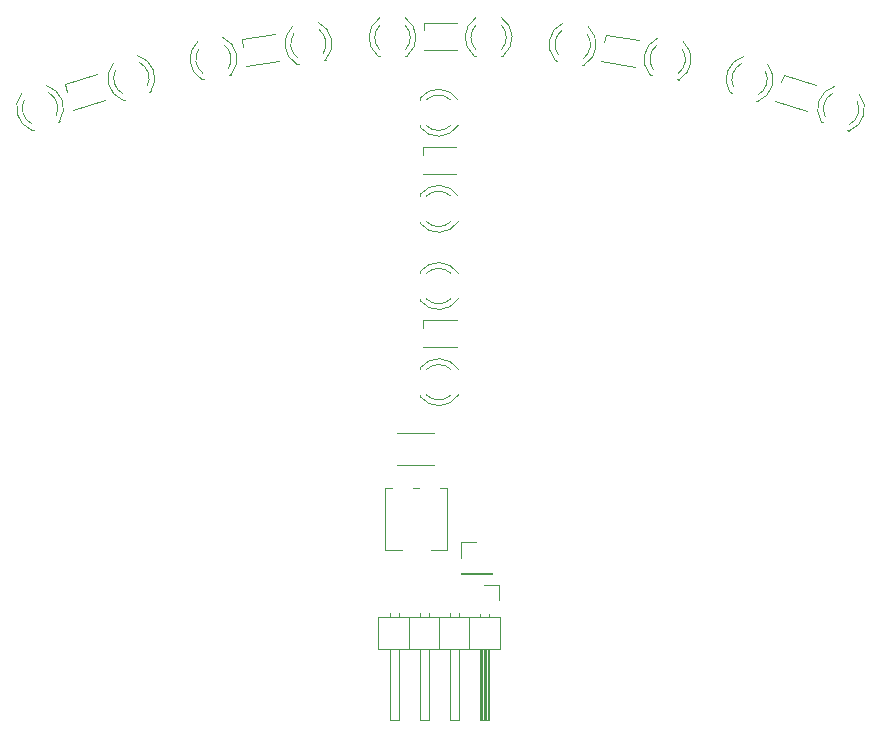
<source format=gbr>
%TF.GenerationSoftware,KiCad,Pcbnew,7.0.9*%
%TF.CreationDate,2024-12-17T15:03:35+09:00*%
%TF.ProjectId,line_side_robot2,6c696e65-5f73-4696-9465-5f726f626f74,rev?*%
%TF.SameCoordinates,Original*%
%TF.FileFunction,Legend,Top*%
%TF.FilePolarity,Positive*%
%FSLAX46Y46*%
G04 Gerber Fmt 4.6, Leading zero omitted, Abs format (unit mm)*
G04 Created by KiCad (PCBNEW 7.0.9) date 2024-12-17 15:03:35*
%MOMM*%
%LPD*%
G01*
G04 APERTURE LIST*
%ADD10C,0.120000*%
G04 APERTURE END LIST*
D10*
%TO.C,J2*%
X182950000Y-76090000D02*
X184280000Y-76090000D01*
X182950000Y-77420000D02*
X182950000Y-76090000D01*
X182950000Y-78690000D02*
X182950000Y-78750000D01*
X182950000Y-78690000D02*
X185610000Y-78690000D01*
X182950000Y-78750000D02*
X185610000Y-78750000D01*
X185610000Y-78690000D02*
X185610000Y-78750000D01*
%TO.C,Q12*%
X179520000Y-46639000D02*
X179520000Y-46795000D01*
X179520000Y-48955000D02*
X179520000Y-49111000D01*
X182752334Y-46796392D02*
G75*
G03*
X179520001Y-46639485I-1672334J-1078608D01*
G01*
X182121129Y-46795164D02*
G75*
G03*
X180039040Y-46795001I-1041129J-1079836D01*
G01*
X180039040Y-48954999D02*
G75*
G03*
X182121129Y-48954836I1040960J1079999D01*
G01*
X179520001Y-49110515D02*
G75*
G03*
X182752334Y-48953608I1559999J1235515D01*
G01*
%TO.C,Q1*%
X154378611Y-38682554D02*
X154526976Y-38634348D01*
X156581258Y-37966871D02*
X156729623Y-37918664D01*
X153529453Y-35559784D02*
G75*
G03*
X154379071Y-38682405I1542597J-1257177D01*
G01*
X153723338Y-36160476D02*
G75*
G03*
X154366584Y-38140711I1348712J-656485D01*
G01*
X156420865Y-37473235D02*
G75*
G03*
X155777310Y-35493101I-1348815J656274D01*
G01*
X156729161Y-37918813D02*
G75*
G03*
X155581088Y-34893169I-1657111J1101852D01*
G01*
%TO.C,Q11*%
X179520000Y-53174000D02*
X179520000Y-53330000D01*
X179520000Y-55490000D02*
X179520000Y-55646000D01*
X182752334Y-53331392D02*
G75*
G03*
X179520001Y-53174485I-1672334J-1078608D01*
G01*
X182121129Y-53330164D02*
G75*
G03*
X180039040Y-53330001I-1041129J-1079836D01*
G01*
X180039040Y-55489999D02*
G75*
G03*
X182121129Y-55489836I1040960J1079999D01*
G01*
X179520001Y-55645515D02*
G75*
G03*
X182752334Y-55488608I1559999J1235515D01*
G01*
%TO.C,D2*%
X195229509Y-33116555D02*
X195127827Y-33758553D01*
X195229509Y-33116555D02*
X198034544Y-33560829D01*
X194869710Y-35388239D02*
X197674745Y-35832513D01*
%TO.C,Q10*%
X179535000Y-61314000D02*
X179535000Y-61470000D01*
X179535000Y-63630000D02*
X179535000Y-63786000D01*
X182767334Y-61471392D02*
G75*
G03*
X179535001Y-61314485I-1672334J-1078608D01*
G01*
X182136129Y-61470164D02*
G75*
G03*
X180054040Y-61470001I-1041129J-1079836D01*
G01*
X180054040Y-63629999D02*
G75*
G03*
X182136129Y-63629836I1040960J1079999D01*
G01*
X179535001Y-63785515D02*
G75*
G03*
X182767334Y-63628608I1559999J1235515D01*
G01*
%TO.C,Q4*%
X179505000Y-38499000D02*
X179505000Y-38655000D01*
X179505000Y-40815000D02*
X179505000Y-40971000D01*
X182737334Y-38656392D02*
G75*
G03*
X179505001Y-38499485I-1672334J-1078608D01*
G01*
X182106129Y-38655164D02*
G75*
G03*
X180024040Y-38655001I-1041129J-1079836D01*
G01*
X180024040Y-40814999D02*
G75*
G03*
X182106129Y-40814836I1040960J1079999D01*
G01*
X179505001Y-40970515D02*
G75*
G03*
X182737334Y-40813608I1559999J1235515D01*
G01*
%TO.C,Q14*%
X184084000Y-34915000D02*
X184240000Y-34915000D01*
X186400000Y-34915000D02*
X186556000Y-34915000D01*
X184241392Y-31682666D02*
G75*
G03*
X184084485Y-34914999I1078608J-1672334D01*
G01*
X184240164Y-32313871D02*
G75*
G03*
X184240001Y-34395960I1079836J-1041129D01*
G01*
X186399999Y-34395960D02*
G75*
G03*
X186399836Y-32313871I-1079999J1040960D01*
G01*
X186555515Y-34914999D02*
G75*
G03*
X186398608Y-31682666I-1235515J1559999D01*
G01*
%TO.C,D1*%
X210301719Y-36522861D02*
X210100858Y-37141048D01*
X210301719Y-36522861D02*
X213002720Y-37400469D01*
X209590980Y-38710291D02*
X212291981Y-39587899D01*
%TO.C,Q6*%
X169083049Y-35629845D02*
X169237129Y-35605441D01*
X171370535Y-35267542D02*
X171524615Y-35243139D01*
X168732856Y-32412684D02*
G75*
G03*
X169083527Y-35629768I1326938J-1483014D01*
G01*
X168830384Y-33036310D02*
G75*
G03*
X169155933Y-35092792I1229410J-859388D01*
G01*
X171289340Y-34754894D02*
G75*
G03*
X170963468Y-32698462I-1229546J859196D01*
G01*
X171524136Y-35243213D02*
G75*
G03*
X170863512Y-32075222I-1464342J1347515D01*
G01*
%TO.C,J1*%
X186200000Y-79755000D02*
X186200000Y-81025000D01*
X184930000Y-79755000D02*
X186200000Y-79755000D01*
X182770000Y-82067929D02*
X182770000Y-82465000D01*
X182010000Y-82067929D02*
X182010000Y-82465000D01*
X180230000Y-82067929D02*
X180230000Y-82465000D01*
X179470000Y-82067929D02*
X179470000Y-82465000D01*
X177690000Y-82067929D02*
X177690000Y-82465000D01*
X176930000Y-82067929D02*
X176930000Y-82465000D01*
X185310000Y-82135000D02*
X185310000Y-82465000D01*
X184550000Y-82135000D02*
X184550000Y-82465000D01*
X186260000Y-82465000D02*
X175980000Y-82465000D01*
X183660000Y-82465000D02*
X183660000Y-85125000D01*
X181120000Y-82465000D02*
X181120000Y-85125000D01*
X178580000Y-82465000D02*
X178580000Y-85125000D01*
X175980000Y-82465000D02*
X175980000Y-85125000D01*
X186260000Y-85125000D02*
X186260000Y-82465000D01*
X185310000Y-85125000D02*
X185310000Y-91125000D01*
X185250000Y-85125000D02*
X185250000Y-91125000D01*
X185130000Y-85125000D02*
X185130000Y-91125000D01*
X185010000Y-85125000D02*
X185010000Y-91125000D01*
X184890000Y-85125000D02*
X184890000Y-91125000D01*
X184770000Y-85125000D02*
X184770000Y-91125000D01*
X184650000Y-85125000D02*
X184650000Y-91125000D01*
X182770000Y-85125000D02*
X182770000Y-91125000D01*
X180230000Y-85125000D02*
X180230000Y-91125000D01*
X177690000Y-85125000D02*
X177690000Y-91125000D01*
X175980000Y-85125000D02*
X186260000Y-85125000D01*
X185310000Y-91125000D02*
X184550000Y-91125000D01*
X184550000Y-91125000D02*
X184550000Y-85125000D01*
X182770000Y-91125000D02*
X182010000Y-91125000D01*
X182010000Y-91125000D02*
X182010000Y-85125000D01*
X180230000Y-91125000D02*
X179470000Y-91125000D01*
X179470000Y-91125000D02*
X179470000Y-85125000D01*
X177690000Y-91125000D02*
X176930000Y-91125000D01*
X176930000Y-91125000D02*
X176930000Y-85125000D01*
%TO.C,D4*%
X164422870Y-33527979D02*
X164524552Y-34169977D01*
X164422870Y-33527979D02*
X167227905Y-33083705D01*
X164782669Y-35799663D02*
X167587704Y-35355389D01*
%TO.C,Q7*%
X213499742Y-40511313D02*
X213648107Y-40559520D01*
X215702389Y-41226997D02*
X215850754Y-41275203D01*
X214648277Y-37485817D02*
G75*
G03*
X213500203Y-40511463I509038J-1923793D01*
G01*
X214452055Y-38085749D02*
G75*
G03*
X213808499Y-40065885I705260J-1323861D01*
G01*
X215862780Y-40733360D02*
G75*
G03*
X216506026Y-38753125I-705465J1323750D01*
G01*
X215850294Y-41275053D02*
G75*
G03*
X216699911Y-38152434I-692979J1865443D01*
G01*
%TO.C,R1*%
X180652064Y-69560000D02*
X177597936Y-69560000D01*
X180652064Y-66840000D02*
X177597936Y-66840000D01*
%TO.C,Q9*%
X146641646Y-41212218D02*
X146790011Y-41164012D01*
X148844293Y-40496535D02*
X148992658Y-40448328D01*
X145792488Y-38089448D02*
G75*
G03*
X146642106Y-41212069I1542597J-1257177D01*
G01*
X145986373Y-38690140D02*
G75*
G03*
X146629619Y-40670375I1348712J-656485D01*
G01*
X148683900Y-40002899D02*
G75*
G03*
X148040345Y-38022765I-1348815J656274D01*
G01*
X148992196Y-40448477D02*
G75*
G03*
X147844123Y-37422833I-1657111J1101852D01*
G01*
%TO.C,D6*%
X149447002Y-37335579D02*
X149647863Y-37953766D01*
X149447002Y-37335579D02*
X152148003Y-36457971D01*
X150157741Y-39523009D02*
X152858742Y-38645401D01*
%TO.C,Q13*%
X175944000Y-34930000D02*
X176100000Y-34930000D01*
X178260000Y-34930000D02*
X178416000Y-34930000D01*
X176101392Y-31697666D02*
G75*
G03*
X175944485Y-34929999I1078608J-1672334D01*
G01*
X176100164Y-32328871D02*
G75*
G03*
X176100001Y-34410960I1079836J-1041129D01*
G01*
X178259999Y-34410960D02*
G75*
G03*
X178259836Y-32328871I-1079999J1040960D01*
G01*
X178415515Y-34929999D02*
G75*
G03*
X178258608Y-31697666I-1235515J1559999D01*
G01*
%TO.C,RV1*%
X176580000Y-76770000D02*
X177960000Y-76770000D01*
X176580000Y-76770000D02*
X176580000Y-71530000D01*
X180440000Y-76770000D02*
X181820000Y-76770000D01*
X181820000Y-76770000D02*
X181820000Y-71530000D01*
X176580000Y-71530000D02*
X177161000Y-71530000D01*
X178940000Y-71530000D02*
X179460000Y-71530000D01*
X181240000Y-71530000D02*
X181820000Y-71530000D01*
%TO.C,D4*%
X179755000Y-42635000D02*
X179755000Y-43285000D01*
X179755000Y-42635000D02*
X182595000Y-42635000D01*
X179755000Y-44935000D02*
X182595000Y-44935000D01*
%TO.C,Q2*%
X199012091Y-36555623D02*
X199166171Y-36580026D01*
X201299577Y-36917925D02*
X201453657Y-36942329D01*
X199673194Y-33387706D02*
G75*
G03*
X199012570Y-36555697I803718J-1820476D01*
G01*
X199573238Y-34010946D02*
G75*
G03*
X199247366Y-36067378I903674J-1197236D01*
G01*
X201380773Y-36405276D02*
G75*
G03*
X201706322Y-34348794I-903861J1197094D01*
G01*
X201453179Y-36942253D02*
G75*
G03*
X201803851Y-33725167I-976267J1734071D01*
G01*
%TO.C,Q5*%
X190969961Y-35297061D02*
X191124041Y-35321464D01*
X193257447Y-35659363D02*
X193411527Y-35683767D01*
X191631064Y-32129144D02*
G75*
G03*
X190970440Y-35297135I803718J-1820476D01*
G01*
X191531108Y-32752384D02*
G75*
G03*
X191205236Y-34808816I903674J-1197236D01*
G01*
X193338643Y-35146714D02*
G75*
G03*
X193664192Y-33090232I-903861J1197094D01*
G01*
X193411049Y-35683691D02*
G75*
G03*
X193761721Y-32466605I-976267J1734071D01*
G01*
%TO.C,Q8*%
X205753507Y-38010181D02*
X205901872Y-38058388D01*
X207956154Y-38725865D02*
X208104519Y-38774071D01*
X206902042Y-34984685D02*
G75*
G03*
X205753968Y-38010331I509038J-1923793D01*
G01*
X206705820Y-35584617D02*
G75*
G03*
X206062264Y-37564753I705260J-1323861D01*
G01*
X208116545Y-38232228D02*
G75*
G03*
X208759791Y-36251993I-705465J1323750D01*
G01*
X208104059Y-38773921D02*
G75*
G03*
X208953676Y-35651302I-692979J1865443D01*
G01*
%TO.C,D5*%
X179770000Y-57310000D02*
X179770000Y-57960000D01*
X179770000Y-57310000D02*
X182610000Y-57310000D01*
X179770000Y-59610000D02*
X182610000Y-59610000D01*
%TO.C,D3*%
X179810000Y-32110000D02*
X179810000Y-32760000D01*
X179810000Y-32110000D02*
X182650000Y-32110000D01*
X179810000Y-34410000D02*
X182650000Y-34410000D01*
%TO.C,Q3*%
X161045612Y-36918037D02*
X161199692Y-36893633D01*
X163333098Y-36555734D02*
X163487178Y-36531331D01*
X160695419Y-33700876D02*
G75*
G03*
X161046090Y-36917960I1326938J-1483014D01*
G01*
X160792947Y-34324502D02*
G75*
G03*
X161118496Y-36380984I1229410J-859388D01*
G01*
X163251903Y-36043086D02*
G75*
G03*
X162926031Y-33986654I-1229546J859196D01*
G01*
X163486699Y-36531405D02*
G75*
G03*
X162826075Y-33363414I-1464342J1347515D01*
G01*
%TD*%
M02*

</source>
